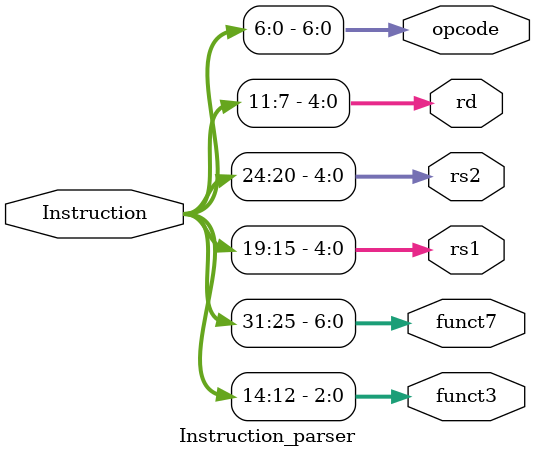
<source format=v>
`timescale 1ns / 1ps

`include "riscv_ctrl_para.v"              

module Instruction_parser(
input [31:0] Instruction,
output [2:0] funct3,
output [6:0] funct7,
output [4:0] rs1,
output [4:0] rs2,
output [4:0] rd,
output [6:0] opcode
);
    
assign funct3 = Instruction[14:12];
assign funct7 = Instruction[31:25];
assign rs1 = Instruction[19:15];
assign rs2 = Instruction[24:20];
assign rd = Instruction[11:7];
assign opcode = Instruction[6:0]; 
    
endmodule

</source>
